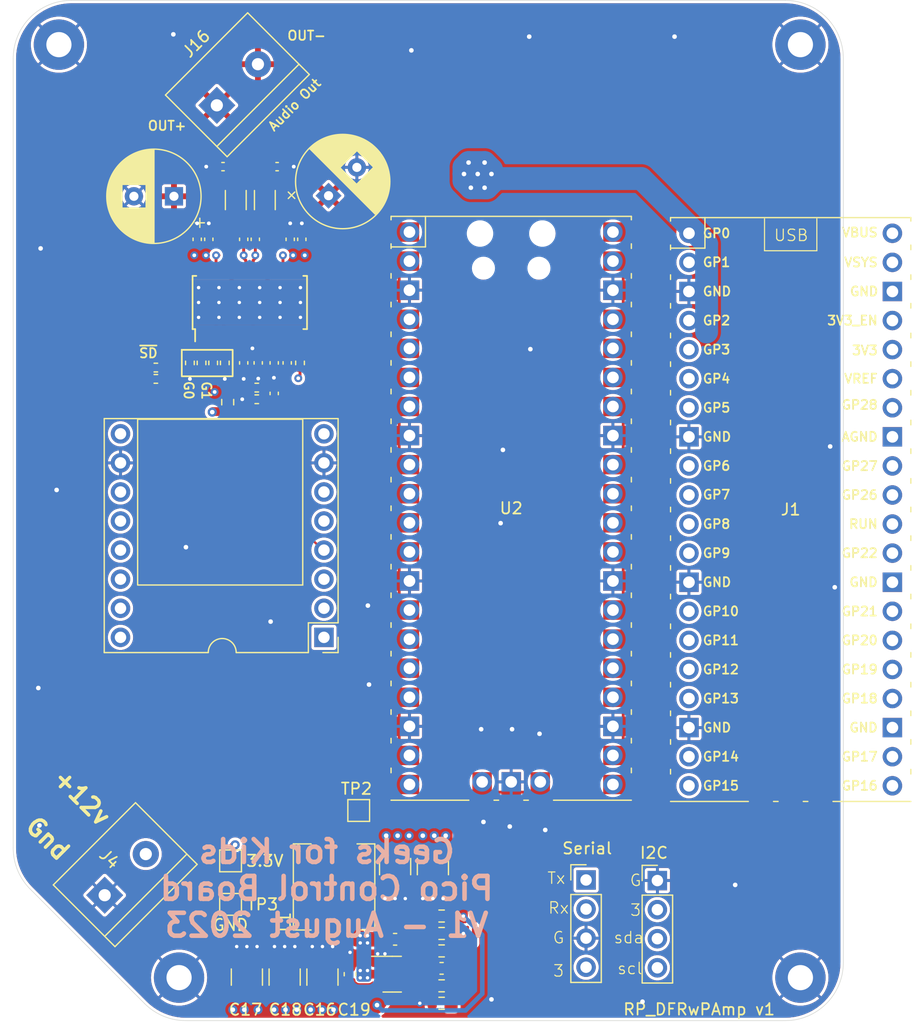
<source format=kicad_pcb>
(kicad_pcb (version 20221018) (generator pcbnew)
  (layers (0 "F.Cu" signal) (1 "In1.Cu" signal) (2 "In2.Cu" signal) (31 "B.Cu" signal) (34 "B.Paste" user) (35 "F.Paste" user) (36 "B.SilkS" user "B.Silkscreen") (37 "F.SilkS" user "F.Silkscreen") (38 "B.Mask" user) (39 "F.Mask" user) (44 "Edge.Cuts" user))
  (net 0 "")
  (net 1 "+5V")
  (net 2 "GND")
  (net 3 "+12V")
  (net 4 "GPIO2")
  (net 5 "GPIO3")
  (net 6 "GPIO4")
  (net 7 "I2C_SDA")
  (net 8 "I2C_SCL")
  (net 9 "GPIO5")
  (net 10 "GPIO6")
  (net 11 "GPIO7")
  (net 12 "GPIO8")
  (net 13 "GPIO9")
  (net 14 "GPIO16")
  (net 15 "GPIO17")
  (net 16 "GPIO18")
  (net 17 "GPIO19")
  (net 18 "GPIO20")
  (net 19 "GPIO21")
  (net 20 "GPIO22")
  (net 21 "RUN")
  (net 22 "A0")
  (net 23 "A1")
  (net 24 "A2")
  (net 25 "+3.3V")
  (net 26 "DFR_Busy")
  (net 27 "DFR_Rx")
  (net 28 "DFR_Tx")
  (net 29 "VREF")
  (net 30 "3V3_EN")
  (net 31 "/Audio_Module/PLIMIT")
  (net 32 "AUDIO_IN_P")
  (net 33 "/Audio_Module/AUDIO_IN_1_P")
  (net 34 "/Audio_Module/AUDIO_IN_1_N")
  (net 35 "+12VA")
  (net 36 "/Audio_Module/GVDD")
  (net 37 "/Audio_Module/AUDIO_OUT_P")
  (net 38 "/Audio_Module/BSP")
  (net 39 "/Audio_Module/AUDIO_OUT_N")
  (net 40 "/Audio_Module/BSN")
  (net 41 "/Buck_Converter/BOOT")
  (net 42 "/Buck_Converter/SW")
  (net 43 "/Buck_Converter/FB")
  (net 44 "SPI_MISO")
  (net 45 "SPI_SCK")
  (net 46 "SPI_CS")
  (net 47 "SPI_MOSI")
  (net 48 "VBUS")
  (net 49 "Pico_Tx")
  (net 50 "Pico_Rx")
  (net 58 "/Audio_Module/GAIN0")
  (net 59 "/Audio_Module/GAIN1")
  (net 60 "~{SD}")
  (net 61 "/Audio_Module/~{SD_2}")
  (net 62 "/Audio_Module/PBTL")
  (net 63 "/Buck_Converter/EN")
  (net 64 "Net-(R14-Pad2)")
  (net 65 "SWCLK")
  (net 66 "SWDIO")
  (net 67 "/Audio_Module/AUDIO_OUT_FILT_P")
  (net 68 "/Audio_Module/AUDIO_OUT_FILT_N")
  (footprint "Useful Modifications:TerminalBlock_bornier-2_P5.08mm" (layer "F.Cu") (at 116.2 147 45)
    (fp_text reference "J4")
    (fp_text value "Main Power")
  )
  (footprint "RPi_Pico:RPi_Pico_TH" (layer "F.Cu") (at 176.149 113.3094)
    (fp_text reference "J1")
    (fp_text value "Expansion Header")
  )
  (footprint "TestPoint:TestPoint_Pad_1.5x1.5mm" (layer "F.Cu") (at 127.2 144)
    (fp_text reference "TP1" hide)
    (fp_text value "3.3V")
  )
  (footprint "Connector_PinHeader_2.54mm:PinHeader_1x04_P2.54mm_Vertical" (layer "F.Cu") (at 164.5 145.72)
    (fp_text reference "J7" hide)
    (fp_text value "I2C")
  )
  (footprint "Connector_PinHeader_2.54mm:PinHeader_1x04_P2.54mm_Vertical" (layer "F.Cu") (at 158.2674 145.669)
    (fp_text reference "J9" hide)
    (fp_text value "Serial")
  )
  (footprint "Package_TO_SOT_SMD:SOT-23-6" (layer "F.Cu") (at 141.326 153.898)
    (fp_text reference "U4" hide)
    (fp_text value "TPS54302")
  )
  (footprint "Capacitor_SMD:C_0402_1005Metric" (layer "F.Cu") (at 128.3476 100.5012 -90)
    (fp_text reference "C4" hide)
    (fp_text value "1uF")
  )
  (footprint "Resistor_SMD:R_0402_1005Metric" (layer "F.Cu") (at 123.6486 100.5012 -90)
    (fp_text reference "R7" hide)
    (fp_text value "0")
  )
  (footprint "Capacitor_SMD:C_1210_3225Metric" (layer "F.Cu") (at 131.928 154.152 90)
    (fp_text reference "C18")
    (fp_text value "10µF")
  )
  (footprint "Capacitor_SMD:C_0603_1608Metric" (layer "F.Cu") (at 141.58 150.85 180)
    (fp_text reference "C20" hide)
    (fp_text value "0.1µF")
  )
  (footprint "Resistor_SMD:R_0402_1005Metric" (layer "F.Cu") (at 124.6646 100.5012 90)
    (fp_text reference "R4" hide)
    (fp_text value "100k")
  )
  (footprint "Useful Modifications:TerminalBlock_bornier-2_P5.08mm" (layer "F.Cu") (at 126 78 45)
    (fp_text reference "J16")
    (fp_text value "Audio Out")
  )
  (footprint "RPi_Pico:RPi_Pico_SMD_TH" (layer "F.Cu") (at 151.725 113.2)
    (fp_text reference "U2")
    (fp_text value "Pico")
  )
  (footprint "Resistor_SMD:R_0603_1608Metric" (layer "F.Cu") (at 126.9506 103.9302 90)
    (fp_text reference "R1" hide)
    (fp_text value "10R")
  )
  (footprint "Capacitor_SMD:C_1210_3225Metric" (layer "F.Cu") (at 128.626 154.152 90)
    (fp_text reference "C17")
    (fp_text value "10µF")
  )
  (footprint "Capacitor_SMD:C_0402_1005Metric" (layer "F.Cu") (at 131.0146 100.5012 -90)
    (fp_text reference "C12" hide)
    (fp_text value "0.68uF")
  )
  (footprint "Capacitor_SMD:C_1210_3225Metric" (layer "F.Cu") (at 135.23 154.152 90)
    (fp_text reference "C16")
    (fp_text value "10µF")
  )
  (footprint "Capacitor_SMD:C_0402_1005Metric" (layer "F.Cu") (at 132.15 100.5012 90)
    (fp_text reference "C11" hide)
    (fp_text value "0.68uF")
  )
  (footprint "Capacitor_SMD:C_0402_1005Metric" (layer "F.Cu") (at 129.6176 100.5012 -90)
    (fp_text reference "C14" hide)
    (fp_text value "1uF")
  )
  (footprint "Resistor_SMD:R_0603_1608Metric" (layer "F.Cu") (at 145.644 148.818 180)
    (fp_text reference "R11" hide)
    (fp_text value "511kΩ 1%")
  )
  (footprint "Capacitor_SMD:C_0402_1005Metric" (layer "F.Cu") (at 132.4116 89.7062 90)
    (fp_text reference "C6" hide)
    (fp_text value "100nF")
  )
  (footprint "Capacitor_SMD:C_0402_1005Metric" (layer "F.Cu") (at 131.0146 103.1682 90)
    (fp_text reference "C15" hide)
    (fp_text value "1uF")
  )
  (footprint "Inductor_SMD:L_1206_3216Metric" (layer "F.Cu") (at 130.1966 86.2772 90)
    (fp_text reference "FB2" hide)
    (fp_text value "120Ohm@100MHz")
  )
  (footprint "Useful Modifications:DFRobotMini_2x08_P2.54mm_Vertical" (layer "F.Cu") (at 135.3612 124.475 180)
    (fp_text reference "J10" hide)
    (fp_text value "DFRobot_Mini")
  )
  (footprint "Inductor_SMD:L_1206_3216Metric" (layer "F.Cu") (at 127.6566 86.2772 90)
    (fp_text reference "FB1" hide)
    (fp_text value "120Ohm@100MHz")
  )
  (footprint "MountingHole:MountingHole_2.2mm_M2_Pad" (layer "F.Cu") (at 177 154.2)
    (fp_text reference "H4" hide)
    (fp_text value "MountingHole")
  )
  (footprint "Resistor_SMD:R_0603_1608Metric" (layer "F.Cu") (at 145.644 154.914)
    (fp_text reference "R14" hide)
    (fp_text value "13.3kΩ 1%")
  )
  (footprint "Resistor_SMD:R_0402_1005Metric" (layer "F.Cu") (at 125.6806 100.5012 90)
    (fp_text reference "R5" hide)
    (fp_text value "100k")
  )
  (footprint "Capacitor_THT:CP_Radial_D8.0mm_P3.50mm" (layer "F.Cu") (at 122.253251 85.947 180)
    (fp_text reference "C1" hide)
    (fp_text value "100uF")
  )
  (footprint "Resistor_SMD:R_0402_1005Metric" (layer "F.Cu") (at 129.4906 103.6762 180)
    (fp_text reference "R10" hide)
    (fp_text value "100k")
  )
  (footprint "Capacitor_SMD:C_0402_1005Metric" (layer "F.Cu") (at 128.3476 89.7062 -90)
    (fp_text reference "C8" hide)
    (fp_text value "0.47uF")
  )
  (footprint "Capacitor_SMD:C_1210_3225Metric" (layer "F.Cu") (at 141.58 144.5 -90)
    (fp_text reference "C23" hide)
    (fp_text value "47µF")
  )
  (footprint "Capacitor_SMD:C_0402_1005Metric" (layer "F.Cu") (at 131.2686 83.3562 180)
    (fp_text reference "C10" hide)
    (fp_text value "1nF")
  )
  (footprint "Resistor_SMD:R_0603_1608Metric" (layer "F.Cu") (at 145.644 150.342)
    (fp_text reference "R12" hide)
    (fp_text value "105kΩ 1%")
  )
  (footprint "Resistor_SMD:R_0603_1608Metric" (layer "F.Cu") (at 145.644 151.866 180)
    (fp_text reference "R13" hide)
    (fp_text value "100kΩ 1%")
  )
  (footprint "Capacitor_SMD:C_0402_1005Metric" (layer "F.Cu") (at 126.5416 83.3562 180)
    (fp_text reference "C9" hide)
    (fp_text value "1nF")
  )
  (footprint "Resistor_SMD:R_0402_1005Metric" (layer "F.Cu") (at 129.4906 102.6602)
    (fp_text reference "R9" hide)
    (fp_text value "0")
  )
  (footprint "Resistor_SMD:R_0402_1005Metric" (layer "F.Cu") (at 126.6966 100.5012 -90)
    (fp_text reference "R8" hide)
    (fp_text value "0")
  )
  (footprint "Inductor_SMD:L_Sunlord_MWSA0603S" (layer "F.Cu") (at 136.246 146.278 90)
    (fp_text reference "L1")
    (fp_text value "10µH")
  )
  (footprint "Capacitor_SMD:C_0603_1608Metric" (layer "F.Cu") (at 145.644 153.39 180)
    (fp_text reference "C21" hide)
    (fp_text value "150pF")
  )
  (footprint "Capacitor_SMD:C_0402_1005Metric" (layer "F.Cu") (at 125.2996 89.7062 90)
    (fp_text reference "C2" hide)
    (fp_text value "100nF")
  )
  (footprint "TestPoint:TestPoint_Pad_1.5x1.5mm" (layer "F.Cu") (at 138.4 139.6)
    (fp_text reference "TP2")
    (fp_text value "5V")
  )
  (footprint "MountingHole:MountingHole_2.2mm_M2_Pad" (layer "F.Cu") (at 112.2 72.7)
    (fp_text reference "H1" hide)
    (fp_text value "MountingHole")
  )
  (footprint "Capacitor_SMD:C_0603_1608Metric" (layer "F.Cu") (at 137.643 153.898 90)
    (fp_text reference "C19")
    (fp_text value "0.1µF")
  )
  (footprint "Resistor_SMD:R_0402_1005Metric" (layer "F.Cu") (at 120.6716 100.9092)
    (fp_text reference "R6" hide)
    (fp_text value "1k")
  )
  (footprint "Resistor_SMD:R_0402_1005Metric" (layer "F.Cu") (at 133.27 100.5012 90)
    (fp_text reference "R2" hide)
    (fp_text value "100k")
  )
  (footprint "TestPoint:TestPoint_Pad_1.5x1.5mm" (layer "F.Cu") (at 127.2 147.8)
    (fp_text reference "TP3")
    (fp_text value "GND")
  )
  (footprint "Capacitor_SMD:C_0402_1005Metric" (layer "F.Cu") (at 129.3636 89.7062 -90)
    (fp_text reference "C13" hide)
    (fp_text value "0.47uF")
  )
  (footprint "Capacitor_SMD:C_1210_3225Metric" (layer "F.Cu") (at 144.882 144.5 -90)
    (fp_text reference "C22" hide)
    (fp_text value "47µF")
  )
  (footprint "Package_SO:HTSSOP-28-1EP_4.4x9.7mm_P0.65mm_EP3.4x9.5mm_Mask2.4x6.17mm_ThermalVias" (layer "F.Cu") (at 128.8556 95.2232 90)
    (fp_text reference "U3" hide)
    (fp_text value "TPA3110D2")
  )
  (footprint "Resistor_SMD:R_0603_1608Metric" (layer "F.Cu") (at 145.644 156.438 180)
    (fp_text reference "R15" hide)
    (fp_text value "240Ω 1%")
  )
  (footprint "Capacitor_SMD:C_0402_1005Metric" (layer "F.Cu") (at 133.4276 89.7062 90)
    (fp_text reference "C7" hide)
    (fp_text value "1nF")
  )
  (footprint "Capacitor_THT:CP_Radial_D8.0mm_P3.50mm" (layer "F.Cu") (at 135.762749 85.8962 45)
    (fp_text reference "C5" hide)
    (fp_text value "100uF")
  )
  (footprint "Resistor_SMD:R_0402_1005Metric" (layer "F.Cu") (at 120.6716 101.8982)
    (fp_text reference "R3" hide)
    (fp_text value "100k")
  )
  (footprint "Capacitor_SMD:C_0402_1005Metric" (layer "F.Cu") (at 124.2836 89.7062 90)
    (fp_text reference "C3" hide)
    (fp_text value "1nF")
  )
  (footprint "MountingHole:MountingHole_2.2mm_M2_Pad" (layer "F.Cu") (at 177 72.7)
    (fp_text reference "H3" hide)
    (fp_text value "MountingHole")
  )
  (footprint "MountingHole:MountingHole_2.2mm_M2_Pad" (layer "F.Cu") (at 122.7 154.2)
    (fp_text reference "H2" hide)
    (fp_text value "MountingHole")
  )
  (gr_rect (start 122.9374 99.3582) (end 127.3824 101.6696) (stroke (width 0.1524)) (fill none) (layer "F.SilkS"))
  (gr_arc (start 175.674 68.834) (mid 179.266102 70.321898) (end 180.754 73.914) (stroke (width 0.05)) (layer "Edge.Cuts"))
  (gr_line (start 113.284 68.834) (end 175.674 68.834) (stroke (width 0.05)) (layer "Edge.Cuts"))
  (gr_line (start 108.204 73.914) (end 108.2035 142.875) (stroke (width 0.05)) (layer "Edge.Cuts"))
  (gr_line (start 180.754 152.875) (end 180.754 73.914) (stroke (width 0.05)) (layer "Edge.Cuts"))
  (gr_arc (start 180.754 152.875) (mid 179.265925 156.467279) (end 175.6735 157.955) (stroke (width 0.05)) (layer "Edge.Cuts"))
  (gr_arc (start 109.691398 146.467102) (mid 108.590193 144.819032) (end 108.2035 142.875) (stroke (width 0.05)) (layer "Edge.Cuts"))
  (gr_arc (start 108.204 73.914) (mid 109.691898 70.321898) (end 113.284 68.834) (stroke (width 0.05)) (layer "Edge.Cuts"))
  (gr_line (start 123.2835 157.955) (end 175.6735 157.955) (stroke (width 0.05)) (layer "Edge.Cuts"))
  (gr_arc (start 123.2835 157.955) (mid 121.339468 157.568308) (end 119.691398 156.467102) (stroke (width 0.05)) (layer "Edge.Cuts"))
  (gr_line (start 109.691398 146.467102) (end 119.691398 156.467102) (stroke (width 0.05)) (layer "Edge.Cuts"))
  (gr_text "Geeks for Kids\nPico Control Board\nV1 - August 2023" (at 135.6 150.8) (layer "B.SilkS") (effects (font (size 2 2) (thickness 0.4) bold) (justify bottom mirror)))
  (gr_text "Gnd" (at 111.225 142.05 315) (layer "F.SilkS") (effects (font (size 1.5 1.5) (thickness 0.3))))
  (gr_text "Audio Out" (at 132.79 77.95 45) (layer "F.SilkS") (effects (font (size 0.8 0.8))))
  (gr_text "+12v" (at 114.225 138.45 315) (layer "F.SilkS") (effects (font (size 1.5 1.5) (thickness 0.3))))
  (gr_text "G1" (at 124.6138 102.0252 -90) (layer "F.SilkS") (effects (font (size 0.8128 0.8128) (thickness 0.1524) bold) (justify left bottom)))
  (gr_text "OUT-" (at 132.08 72.39) (layer "F.SilkS") (effects (font (size 0.8128 0.8128) (thickness 0.1524) bold) (justify left bottom)))
  (gr_text "RP_DFRwPAmp v1" (at 168.148 156.972) (layer "F.SilkS") (effects (font (size 1 1))))
  (gr_text "OUT+" (at 119.888 80.264) (layer "F.SilkS") (effects (font (size 0.8128 0.8128) (thickness 0.1524) bold) (justify left bottom)))
  (gr_text "G0" (at 123.0644 101.9998 -90) (layer "F.SilkS") (effects (font (size 0.8128 0.8128) (thickness 0.1524) bold) (justify left bottom)))
  (gr_text "~{SD}" (at 119.12 100.13) (layer "F.SilkS") (effects (font (size 0.8128 0.8128) (thickness 0.1524) bold) (justify left bottom)))
  (segment (start 159.2 113.345) (end 160.615 111.93) (width 0.2) (layer "F.Cu") (net 0))
  (segment (start 159.2 120.675) (end 159.2 113.345) (width 0.2) (layer "F.Cu") (net 0))
  (segment (start 160.615 122.09) (end 159.2 120.675) (width 0.2) (layer "F.Cu") (net 0))
  (segment (start 146.469 151.866) (end 147.803 151.866) (width 0.4) (layer "F.Cu") (net 1))
  (segment (start 146.419 153.39) (end 146.419 151.916) (width 0.4) (layer "F.Cu") (net 1))
  (segment (start 148.057 142.976) (end 144.931 142.976) (width 0.4) (layer "F.Cu") (net 1))
  (segment (start 138.6 139.6) (end 140.8 141.8) (width 0.762) (layer "F.Cu") (net 1))
  (segment (start 148.492 151.177) (end 148.492 143.411) (width 0.4) (layer "F.Cu") (net 1))
  (segment (start 148.492 143.411) (end 148.057 142.976) (width 0.4) (layer "F.Cu") (net 1))
  (segment (start 147.803 151.866) (end 148.492 151.177) (width 0.4) (layer "F.Cu") (net 1))
  (via (at 140.8 141.8) (size 0.8) (drill 0.4) (layers "F.Cu" "B.Cu") (net 1))
  (via (at 145 141.8) (size 0.8) (drill 0.4) (layers "F.Cu" "B.Cu") (net 1))
  (via (at 142.8 141.8) (size 0.8) (drill 0.4) (layers "F.Cu" "B.Cu") (net 1))
  (via (at 141.8 141.8) (size 0.8) (drill 0.4) (layers "F.Cu" "B.Cu") (net 1))
  (via (at 144 141.8) (size 0.8) (drill 0.4) (layers "F.Cu" "B.Cu") (net 1))
  (via (at 146 141.8) (size 0.8) (drill 0.4) (layers "F.Cu" "B.Cu") (net 1))
  (segment (start 139.9955 152.755) (end 138.265 152.755) (width 0.4) (layer "F.Cu") (net 2))
  (segment (start 140.1885 152.948) (end 139.9955 152.755) (width 0.4) (layer "F.Cu") (net 2))
  (segment (start 126.5806 98.0732) (end 126.5806 96.9182) (width 0.254) (layer "F.Cu") (net 2))
  (segment (start 129.620296 101.872081) (end 129.620296 100.983896) (width 0.254) (layer "F.Cu") (net 2))
  (segment (start 131.0146 101.7712) (end 130.987881 101.797919) (width 0.25) (layer "F.Cu") (net 2))
  (segment (start 124.2836 89.2262) (end 124.2836 88.3092) (width 0.254) (layer "F.Cu") (net 2))
  (segment (start 129.1806 98.0732) (end 129.1806 99.1602) (width 0.254) (layer "F.Cu") (net 2))
  (segment (start 129.1806 99.1602) (end 129.1096 99.2312) (width 0.254) (layer "F.Cu") (net 2))
  (segment (start 126.5806 96.9182) (end 126.1856 96.5232) (width 0.254) (layer "F.Cu") (net 2))
  (segment (start 131.0146 101.824638) (end 130.987881 101.797919) (width 0.254) (layer "F.Cu") (net 2))
  (segment (start 130.4806 93.1882) (end 129.7456 93.9232) (width 0.254) (layer "F.Cu") (net 2))
  (segment (start 126.6966 101.8982) (end 126.6966 101.0112) (width 0.254) (layer "F.Cu") (net 2))
  (segment (start 131.7486 83.3562) (end 132.7216 83.3562) (width 0.254) (layer "F.Cu") (net 2))
  (segment (start 138.265 152.755) (end 137.643 153.377) (width 0.4) (layer "F.Cu") (net 2))
  (segment (start 128.3476 101.8982) (end 128.3476 101.010015) (width 0.254) (layer "F.Cu") (net 2))
  (segment (start 143.739 156.438) (end 144.819 156.438) (width 0.4) (layer "F.Cu") (net 2))
  (segment (start 146.469 150.342) (end 147.549 150.342) (width 0.4) (layer "F.Cu") (net 2))
  (segment (start 126.0616 83.3562) (end 125.0736 83.3562) (width 0.254) (layer "F.Cu") (net 2))
  (segment (start 125.2996 88.3092) (end 125.2996 89.2262) (width 0.254) (layer "F.Cu") (net 2))
  (segment (start 132.4116 88.3092) (end 132.4116 89.2262) (width 0.254) (layer "F.Cu") (net 2))
  (segment (start 123.6486 101.8982) (end 123.6486 101.0132) (width 0.254) (layer "F.Cu") (net 2))
  (segment (start 133.4276 89.2262) (end 133.4276 88.3092) (width 0.254) (layer "F.Cu") (net 2))
  (segment (start 127.2306 93.1882) (end 127.9656 93.9232) (width 0.254) (layer "F.Cu") (net 2))
  (segment (start 130.4806 92.3732) (end 130.4806 93.1882) (width 0.254) (layer "F.Cu") (net 2))
  (segment (start 131.0146 102.7872) (end 131.0146 101.824638) (width 0.254) (layer "F.Cu") (net 2))
  (segment (start 131.0146 100.9812) (end 131.0146 101.7712) (width 0.25) (layer "F.Cu") (net 2))
  (segment (start 125.9306 98.0732) (end 125.9306 96.7782) (width 0.254) (layer "F.Cu") (net 2))
  (segment (start 127.2306 92.3732) (end 127.2306 93.1882) (width 0.254) (layer "F.Cu") (net 2))
  (segment (start 129.1806 98.0732) (end 129.1806 95.5482) (width 0.254) (layer "F.Cu") (net 2))
  (segment (start 128.2206 103.6762) (end 128.8536 103.6762) (width 0.254) (layer "F.Cu") (net 2))
  (via (at 149.3 140.6) (size 0.8) (drill 0.4) (layers "F.Cu" "B.Cu") (net 2))
  (via (at 180 120.1) (size 0.8) (drill 0.4) (layers "F.Cu" "B.Cu") (net 2))
  (via (at 136.119 151.485) (size 0.6) (drill 0.3) (layers "F.Cu" "B.Cu") (net 2))
  (via (at 151.6 141) (size 0.8) (drill 0.4) (layers "F.Cu" "B.Cu") (net 2))
  (via (at 125.0736 83.3562) (size 0.6858) (drill 0.3302) (layers "F.Cu" "B.Cu") (net 2))
  (via (at 143 73.2) (size 0.8) (drill 0.4) (layers "F.Cu" "B.Cu") (net 2))
  (via (at 123.3 116.6) (size 0.8) (drill 0.4) (layers "F.Cu" "B.Cu") (net 2))
  (via (at 143.993 147.294) (size 0.6) (drill 0.3) (layers "F.Cu" "B.Cu") (net 2))
  (via (at 145.771 147.294) (size 0.6) (drill 0.3) (layers "F.Cu" "B.Cu") (net 2))
  (via (at 150.8 114.5) (size 0.8) (drill 0.4) (layers "F.Cu" "B.Cu") (net 2))
  (via (at 142.469 147.294) (size 0.6) (drill 0.3) (layers "F.Cu" "B.Cu") (net 2))
  (via (at 163.2 156.3) (size 0.8) (drill 0.4) (layers "F.Cu" "B.Cu") (net 2))
  (via (at 154.7 141.3) (size 0.8) (drill 0.4) (layers "F.Cu" "B.Cu") (net 2))
  (via (at 150 156.1) (size 0.8) (drill 0.4) (layers "F.Cu" "B.Cu") (net 2))
  (via (at 110.4 128.9) (size 0.8) (drill 0.4) (layers "F.Cu" "B.Cu") (net 2))
  (via (at 129.515 151.485) (size 0.6) (drill 0.3) (layers "F.Cu" "B.Cu") (net 2))
  (via (at 128.2206 103.6762) (size 0.6858) (drill 0.3302) (layers "F.Cu" "B.Cu") (net 2))
  (via (at 153.4 99.3) (size 0.8) (drill 0.4) (layers "F.Cu" "B.Cu") (net 2))
  (via (at 130.7 123.1) (size 0.8) (drill 0.4) (layers "F.Cu" "B.Cu") (net 2))
  (via (at 131.039 151.485) (size 0.6) (drill 0.3) (layers "F.Cu" "B.Cu") (net 2))
  (via (at 143.739 156.438) (size 0.6) (drill 0.3) (layers "F.Cu" "B.Cu") (net 2))
  (via (at 126.6966 101.8982) (size 0.6858) (drill 0.3302) (layers "F.Cu" "B.Cu") (net 2))
  (via (at 132.4116 88.3092) (size 0.6858) (drill 0.3302) (layers "F.Cu" "B.Cu") (net 2))
  (via (at 140.691 152.12) (size 0.5) (drill 0.3) (layers "F.Cu" "B.Cu") (net 2))
  (via (at 110.6 90.5) (size 0.8) (drill 0.4) (layers "F.Cu" "B.Cu") (net 2))
  (via (at 171.3 146.1) (size 0.8) (drill 0.4) (layers "F.Cu" "B.Cu") (net 2))
  (via (at 127.737 151.485) (size 0.6) (drill 0.3) (layers "F.Cu" "B.Cu") (net 2))
  (via (at 153.3 72) (size 0.8) (drill 0.4) (layers "F.Cu" "B.Cu") (net 2))
  (via (at 141.58 147.294) (size 0.6) (drill 0.3) (layers "F.Cu" "B.Cu") (net 2))
  (via (at 139.2 121.7) (size 0.8) (drill 0.4) (layers "F.Cu" "B.Cu") (net 2))
  (via (at 147.549 150.342) (size 0.6) (drill 0.3) (layers "F.Cu" "B.Cu") (net 2))
  (via (at 128.3476 101.8982) (size 0.6858) (drill 0.3302) (layers "F.Cu" "B.Cu") (net 2))
  (via (at 166 72) (size 0.8) (drill 0.4) (layers "F.Cu" "B.Cu") (net 2))
  (via (at 135.23 151.485) (size 0.6) (drill 0.3) (layers "F.Cu" "B.Cu") (net 2))
  (via (at 129.1096 99.2312) (size 0.6858) (drill 0.3302) (layers "F.Cu" "B.Cu") (net 2))
  (via (at 112 111.6) (size 0.8) (drill 0.4) (layers "F.Cu" "B.Cu") (net 2))
  (via (at 122.2 71.8) (size 0.8) (drill 0.4) (layers "F.Cu" "B.Cu") (net 2))
  (via (at 140.056 152.12) (size 0.5) (drill 0.3) (layers "F.Cu" "B.Cu") (net 2))
  (via (at 131.928 151.485) (size 0.6) (drill 0.3) (layers "F.Cu" "B.Cu") (net 2))
  (via (at 132.817 151.485) (size 0.6) (drill 0.3) (layers "F.Cu" "B.Cu") (net 2))
  (via (at 151.8 132.5) (size 0.8) (drill 0.4) (layers "F.Cu" "B.Cu") (net 2))
  (via (at 128.626 151.485) (size 0.6) (drill 0.3) (layers "F.Cu" "B.Cu") (net 2))
  (via (at 137.643 151.993) (size 0.6) (drill 0.3) (layers "F.Cu" "B.Cu") (net 2))
  (via (at 129.620296 101.872081) (size 0.6858) (drill 0.3302) (layers "F.Cu" "B.Cu") (net 2))
  (via (at 124.2836 88.3092) (size 0.6858) (drill 0.3302) (layers "F.Cu" "B.Cu") (net 2))
  (via (at 144.882 147.294) (size 0.6) (drill 0.3) (layers "F.Cu" "B.Cu") (net 2))
  (via (at 133.4276 88.3092) (size 0.6858) (drill 0.3302) (layers "F.Cu" "B.Cu") (net 2))
  (via (at 151 108.1) (size 0.8) (drill 0.4) (layers "F.Cu" "B.Cu") (net 2))
  (via (at 110.5 140.9) (size 0.8) (drill 0.4) (layers "F.Cu" "B.Cu") (net 2))
  (via (at 149.1 132.5) (size 0.8) (drill 0.4) (layers "F.Cu" "B.Cu") (net 2))
  (via (at 130.987881 101.797919) (size 0.6858) (drill 0.3302) (layers "F.Cu" "B.Cu") (net 2))
  (via (at 154.2 132.9) (size 0.8) (drill 0.4) (layers "F.Cu" "B.Cu") (net 2))
  (via (at 134.341 151.485) (size 0.6) (drill 0.3) (layers "F.Cu" "B.Cu") (net 2))
  (via (at 139.3 128.6) (size 0.8) (drill 0.4) (layers "F.Cu" "B.Cu") (net 2))
  (via (at 132.7216 83.3562) (size 0.6858) (drill 0.3302) (layers "F.Cu" "B.Cu") (net 2))
  (via (at 125.2996 88.3092) (size 0.6858) (drill 0.3302) (layers "F.Cu" "B.Cu") (net 2))
  (via (at 123.6486 101.8982) (size 0.6858) (drill 0.3302) (layers "F.Cu" "B.Cu") (net 2))
  (via (at 140.691 147.294) (size 0.6) (drill 0.3) (layers "F.Cu" "B.Cu") (net 2))
  (via (at 179.6 107.8) (size 0.8) (drill 0.4) (layers "F.Cu" "B.Cu") (net 2))
  (segment (start 126.9506 104.7552) (end 125.6448 104.7552) (width 0.762) (layer "F.Cu") (net 3))
  (segment (start 147.549 148.818) (end 146.469 148.818) (width 0.4) (layer "F.Cu") (net 3))
  (segment (start 125.6448 104.7552) (end 125.6 104.8) (width 0.762) (layer "F.Cu") (net 3))
  (via (at 135.2 157) (size 0.8) (drill 0.4) (layers "F.Cu" "B.Cu") (net 3))
  (via (at 133 157) (size 0.8) (drill 0.4) (layers "F.Cu" "B.Cu") (net 3))
  (via (at 129.6 157) (size 0.8) (drill 0.4) (layers "F.Cu" "B.Cu") (net 3))
  (via (at 149.4 83) (size 0.8) (drill 0.4) (layers "F.Cu" "B.Cu") (net 3))
  (via (at 132.6656 91.1032) (size 0.6858) (drill 0.3302) (layers "F.Cu" "B.Cu") (net 3))
  (via (at 128.4 157) (size 0.8) (drill 0.4) (layers "F.Cu" "B.Cu") (net 3))
  (via (at 125.6 104.8) (size 0.8) (drill 0.4) (layers "F.Cu" "B.Cu") (net 3))
  (via (at 132 157) (size 0.8) (drill 0.4) (layers "F.Cu" "B.Cu") (net 3))
  (via (at 124.0296 91.1032) (size 0.6858) (drill 0.3302) (layers "F.Cu" "B.Cu") (net 3))
  (via (at 127.4 157) (size 0.8) (drill 0.4) (layers "F.Cu" "B.Cu") (net 3))
  (via (at 147.6 84) (size 0.8) (drill 0.4) (layers "F.Cu" "B.Cu") (net 3))
  (via (at 140 156.6) (size 0.8) (drill 0.4) (layers "F.Cu" "B.Cu") (net 3))
  (via (at 125.0456 91.1032) (size 0.6858) (drill 0.3302) (layers "F.Cu" "B.Cu") (net 3))
  (via (at 133.6816 91.1032) (size 0.6858) (drill 0.3302) (layers "F.Cu" "B.Cu") (net 3))
  (via (at 148.8 84) (size 0.8) (drill 0.4) (layers "F.Cu" "B.Cu") (net 3))
  (via (at 148.2 85.2) (size 0.8) (drill 0.4) (layers "F.Cu" "B.Cu") (net 3))
  (via (at 147.549 148.818) (size 0.6) (drill 0.3) (layers "F.Cu" "B.Cu") (net 3))
  (via (at 134.2 157) (size 0.8) (drill 0.4) (layers "F.Cu" "B.Cu") (net 3))
  (via (at 150 84) (size 0.8) (drill 0.4) (layers "F.Cu" "B.Cu") (net 3))
  (via (at 148 83) (size 0.8) (drill 0.4) (layers "F.Cu" "B.Cu") (net 3))
  (via (at 131 157) (size 0.8) (drill 0.4) (layers "F.Cu" "B.Cu") (net 3))
  (via (at 136.2 157) (size 0.8) (drill 0.4) (layers "F.Cu" "B.Cu") (net 3))
  (via (at 149.4 85.2) (size 0.8) (drill 0.4) (layers "F.Cu" "B.Cu") (net 3))
  (segment (start 147.6 84) (end 147.6 84.6) (width 2) (layer "B.Cu") (net 3))
  (segment (start 168.7 90) (end 163.1 84.4) (width 2) (layer "B.Cu") (net 3))
  (segment (start 149.4 85.2) (end 149.6 85.2) (width 2) (layer "B.Cu") (net 3))
  (segment (start 149.4 83) (end 148 83) (width 2) (layer "B.Cu") (net 3))
  (segment (start 147.6 84) (end 147.6 83.4) (width 2) (layer "B.Cu") (net 3))
  (segment (start 148.8 84) (end 147.6 84) (width 2) (layer "B.Cu") (net 3))
  (segment (start 147.735 157.065) (end 149.2 155.6) (width 0.4) (layer "B.Cu") (net 3))
  (segment (start 140.465 157.065) (end 147.735 157.065) (width 0.4) (layer "B.Cu") (net 3))
  (segment (start 150 84) (end 150 83.6) (width 2) (layer "B.Cu") (net 3))
  (segment (start 147.6 84.6) (end 148.2 85.2) (width 2) (layer "B.Cu") (net 3))
  (segment (start 163.1 84.4) (end 149.2 84.4) (width 2) (layer "B.Cu") (net 3))
  (segment (start 150 83.6) (end 149.4 83) (width 2) (layer "B.Cu") (net 3))
  (segment (start 148.2 85.2) (end 149.4 85.2) (width 2) (layer "B.Cu") (net 3))
  (segment (start 149.2 150.469) (end 147.549 148.818) (width 0.4) (layer "B.Cu") (net 3))
  (segment (start 168.8 90.1) (end 168.7 90) (width 2) (layer "B.Cu") (net 3))
  (segment (start 148.8 84) (end 150 84) (width 2) (layer "B.Cu") (net 3))
  (segment (start 149.2 84.4) (end 148.8 84) (width 2) (layer "B.Cu") (net 3))
  (segment (start 147.6 83.4) (end 148 83) (width 2) (layer "B.Cu") (net 3))
  (segment (start 168.8 97.8) (end 168.8 90.1) (width 2) (layer "B.Cu") (net 3))
  (segment (start 149.6 85.2) (end 150.4 84.4) (width 2) (layer "B.Cu") (net 3))
  (segment (start 140 156.6) (end 140.465 157.065) (width 0.4) (layer "B.Cu") (net 3))
  (segment (start 149.2 155.6) (end 149.2 150.469) (width 0.4) (layer "B.Cu") (net 3))
  (segment (start 127.2 144) (end 127.2 143) (width 0.762) (layer "F.Cu") (net 25))
  (segment (start 127.2 143) (end 127.6 142.6) (width 0.762) (layer "F.Cu") (net 25))
  (via (at 127.6 142.6) (size 0.8) (drill 0.4) (layers "F.Cu" "B.Cu") (net 25))
  (segment (start 130.2526 99.5862) (end 130.4806 99.3582) (width 0.254) (layer "F.Cu") (net 31))
  (segment (start 130.0006 103.8032) (end 130.0006 102.7872) (width 0.254) (layer "F.Cu") (net 31))
  (segment (start 130.0006 102.7872) (end 130.2526 102.5352) (width 0.254) (layer "F.Cu") (net 31))
  (segment (start 130.2526 102.5352) (end 130.2526 99.5862) (width 0.254) (layer "F.Cu") (net 31))
  (segment (start 130.4806 99.3582) (end 130.4806 98.0732) (width 0.254) (layer "F.Cu") (net 31))
  (segment (start 130.9436 103.6762) (end 130.1276 103.6762) (width 0.254) (layer "F.Cu") (net 31))
  (segment (start 132.15 100.9812) (end 132.15 113.75) (width 0.2) (layer "F.Cu") (net 32))
  (segment (start 132.15 113.75) (end 135.255 116.855) (width 0.2) (layer "F.Cu") (net 32))
  (segment (start 131.7806 98.0732) (end 131.7806 99.6518) (width 0.2) (layer "F.Cu") (net 33))
  (segment (start 131.7806 99.6518) (end 132.15 100.0212) (width 0.2) (layer "F.Cu") (net 33))
  (segment (start 131.1306 98.0732) (end 131.1306 99.9052) (width 0.254) (layer "F.Cu") (net 34))
  (segment (start 127.8116 100.0212) (end 127.5856 100.2472) (width 0.254) (layer "F.Cu") (net 35))
  (segment (start 128.5306 98.0732) (end 128.5306 99.0482) (width 0.254) (layer "F.Cu") (net 35))
  (segment (start 128.3476 100.0212) (end 127.8116 100.0212) (width 0.254) (layer "F.Cu") (net 35))
  (segment (start 128.5306 99.0482) (end 128.3476 99.2312) (width 0.254) (layer "F.Cu") (net 35))
  (segment (start 127.5856 100.2472) (end 127.5856 102.4702) (width 0.254) (layer "F.Cu") (net 35))
  (segment (start 128.3476 99.2312) (end 128.3476 100.0212) (width 0.254) (layer "F.Cu") (net 35))
  (segment (start 127.5856 102.4702) (end 127.2046 102.8512) (width 0.254) (layer "F.Cu") (net 35))
  (segment (start 133.27 101.6898) (end 133.1176 101.8422) (width 0.25) (layer "F.Cu") (net 35))
  (segment (start 133.27 101.01) (end 133.27 101.6898) (width 0.25) (layer "F.Cu") (net 35))
  (via (at 133.1176 101.8422) (size 0.6858) (drill 0.3302) (layers "F.Cu" "B.Cu") (net 35))
  (via (at 125.8076 103.0412) (size 0.6858) (drill 0.3302) (layers "F.Cu" "B.Cu") (net 35))
  (segment (start 129.6176 100.0212) (end 128.9806 100.6582) (width 0.254) (layer "F.Cu") (net 36))
  (segment (start 128.9806 100.6582) (end 128.9806 102.6602) (width 0.254) (layer "F.Cu") (net 36))
  (segment (start 129.8306 98.0732) (end 129.8306 99.8082) (width 0.254) (layer "F.Cu") (net 36))
  (segment (start 129.8306 99.8082) (end 129.6176 100.0212) (width 0.254) (layer "F.Cu") (net 36))
  (segment (start 128.3476 91.1032) (end 128.3476 90.1862) (width 0.254) (layer "F.Cu") (net 38))
  (segment (start 128.3476 91.3572) (end 128.3476 91.1032) (width 0.254) (layer "F.Cu") (net 38))
  (segment (start 128.5306 91.5402) (end 128.3476 91.3572) (width 0.254) (layer "F.Cu") (net 38))
  (segment (start 125.9306 91.3612) (end 125.9306 92.3732) (width 0.254) (layer "F.Cu") (net 38))
  (segment (start 128.5306 92.3732) (end 128.5306 91.5402) (width 0.254) (layer "F.Cu") (net 38))
  (segment (start 126.1886 91.1032) (end 125.9306 91.3612) (width 0.254) (layer "F.Cu") (net 38))
  (via (at 125.9346 91.1032) (size 0.6858) (drill 0.3302) (layers "F.Cu" "B.Cu") (net 38))
  (via (at 128.3476 91.1032) (size 0.6858) (drill 0.3302) (layers "F.Cu" "B.Cu") (net 38))
  (segment (start 129.1806 91.5402) (end 129.3636 91.3572) (width 0.254) (layer "F.Cu") (net 40))
  (segment (start 129.3636 91.3572) (end 129.3636 91.1032) (width 0.254) (layer "F.Cu") (net 40))
  (segment (start 131.7806 91.1072) (end 131.7806 92.3732) (width 0.254) (layer "F.Cu") (net 40))
  (segment (start 131.7766 91.1032) (end 131.7806 91.1072) (width 0.254) (layer "F.Cu") (net 40))
  (segment (start 129.1806 92.3732) (end 129.1806 91.5402) (width 0.254) (layer "F.Cu") (net 40))
  (segment (start 129.3636 91.1032) (end 129.3636 90.1862) (width 0.254) (layer "F.Cu") (net 40))
  (via (at 129.3636 91.1032) (size 0.6858) (drill 0.3302) (layers "F.Cu" "B.Cu") (net 40))
  (via (at 131.7766 91.1032) (size 0.6858) (drill 0.3302) (layers "F.Cu" "B.Cu") (net 40))
  (segment (start 142.4635 152.948) (end 142.4635 150.9585) (width 0.4) (layer "F.Cu") (net 41))
  (via (at 139.167 151.1675) (size 0.5) (drill 0.3) (layers "F.Cu" "B.Cu") (net 42))
  (via (at 139.167 153.5805) (size 0.5) (drill 0.3) (layers "F.Cu" "B.Cu") (net 42))
  (via (at 139.167 150.5325) (size 0.5) (drill 0.3) (layers "F.Cu" "B.Cu") (net 42))
  (via (at 139.167 154.2155) (size 0.5) (drill 0.3) (layers "F.Cu" "B.Cu") (net 42))
  (via (at 138.532 153.5805) (size 0.5) (drill 0.3) (layers "F.Cu" "B.Cu") (net 42))
  (via (at 138.532 150.5325) (size 0.5) (drill 0.3) (layers "F.Cu" "B.Cu") (net 42))
  (via (at 138.532 151.1675) (size 0.5) (drill 0.3) (layers "F.Cu" "B.Cu") (net 42))
  (via (at 138.532 154.2155) (size 0.5) (drill 0.3) (layers "F.Cu" "B.Cu") (net 42))
  (segment (start 144.819 151.866) (end 144.819 153.34) (width 0.4) (layer "F.Cu") (net 43))
  (segment (start 144.869 153.39) (end 144.869 154.864) (width 0.4) (layer "F.Cu") (net 43))
  (segment (start 144.819 154.914) (end 142.5295 154.914) (width 0.4) (layer "F.Cu") (net 43))
  (segment (start 127.2306 98.0732) (end 127.2306 98.6812) (width 0.254) (layer "F.Cu") (net 58))
  (segment (start 126.6806 99.2312) (end 125.4246 99.2312) (width 0.254) (layer "F.Cu") (net 58))
  (segment (start 127.2306 98.6812) (end 126.6806 99.2312) (width 0.254) (layer "F.Cu") (net 58))
  (segment (start 124.6646 99.9912) (end 123.6506 99.9912) (width 0.254) (layer "F.Cu") (net 58))
  (segment (start 125.4246 99.2312) (end 124.6646 99.9912) (width 0.254) (layer "F.Cu") (net 58))
  (segment (start 127.8806 98.8072) (end 126.6966 99.9912) (width 0.254) (layer "F.Cu") (net 59))
  (segment (start 126.6966 99.9912) (end 125.6806 99.9912) (width 0.254) (layer "F.Cu") (net 59))
  (segment (start 127.8806 98.0732) (end 127.8806 98.8072) (width 0.254) (layer "F.Cu") (net 59))
  (segment (start 122.0976 100.9092) (end 121.1816 100.9092) (width 0.254) (layer "F.Cu") (net 61))
  (segment (start 124.6306 98.0732) (end 123.9176 98.0732) (width 0.254) (layer "F.Cu") (net 61))
  (segment (start 122.8866 100.1202) (end 122.0976 100.9092) (width 0.254) (layer "F.Cu") (net 61))
  (segment (start 121.1816 100.9092) (end 121.1816 101.8982) (width 0.254) (layer "F.Cu") (net 61))
  (segment (start 123.9176 98.0732) (end 122.8866 99.1042) (width 0.254) (layer "F.Cu") (net 61))
  (segment (start 125.2806 98.0732) (end 124.6306 98.0732) (width 0.254) (layer "F.Cu") (net 61))
  (segment (start 122.8866 99.1042) (end 122.8866 100.1202) (width 0.254) (layer "F.Cu") (net 61))
  (segment (start 133.0806 99.8018) (end 133.27 99.9912) (width 0.25) (layer "F.Cu") (net 62))
  (segment (start 133.0806 98.0732) (end 133.0806 99.8018) (width 0.25) (layer "F.Cu") (net 62))
  (segment (start 143.739 153.66) (end 143.501 153.898) (width 0.4) (layer "F.Cu") (net 63))
  (segment (start 143.739 150.85) (end 143.739 153.66) (width 0.4) (layer "F.Cu") (net 63))
  (segment (start 144.819 150.342) (end 144.247 150.342) (width 0.4) (layer "F.Cu") (net 63))
  (segment (start 144.819 150.342) (end 144.819 148.818) (width 0.4) (layer "F.Cu") (net 63))
  (segment (start 144.247 150.342) (end 143.739 150.85) (width 0.4) (layer "F.Cu") (net 63))
  (segment (start 143.501 153.898) (end 142.4912 153.898) (width 0.4) (layer "F.Cu") (net 63))
  (segment (start 146.469 156.438) (end 146.469 154.914) (width 0.4) (layer "F.Cu") (net 64))
  (segment (start 127.0216 83.3562) (end 127.0216 84.0672) (width 0.2) (layer "F.Cu") (net 67))
  (segment (start 127.0216 84.0672) (end 127.6566 84.7022) (width 0.2) (layer "F.Cu") (net 67))
  (zone (net 2) (net_name "GND") (layer "F.Cu") (name "GND") (priority 8) (connect_pads thru_hole_only (clearance 0.2032)) (min_thickness 0.2032) (fill yes (thermal_gap 0.508) (thermal_bridge_width 0.508) (smoothing fillet) (radius 0.254))
    (polygon (pts (xy 147.93 150.977) (xy 147.93 149.707) (xy 145.898 149.707) (xy 145.898 150.977)))
  )
  (zone (net 68) (net_name "/Audio_Module/AUDIO_OUT_FILT_N") (layer "F.Cu") (priority 3) (connect_pads thru_hole_only (clearance 0.254)) (min_thickness 0.254) (fill yes (thermal_gap 0.254) (thermal_bridge_width 0.508) (smoothing fillet) (radius 0.127))
    (polygon (pts (xy 131.2686 85.3882) (xy 129.2 85.4) (xy 129.2 77) (xy 127.4 75.2) (xy 127.4 72.4) (xy 131.6 72.4) (xy 131.6 80.2) (xy 131.2686 82.8482)))
  )
  (zone (net 63) (net_name "/Buck_Converter/EN") (layer "F.Cu") (name "12V") (priority 8) (connect_pads thru_hole_only (clearance 0.2032)) (min_thickness 0.2032) (fill yes (thermal_gap 0.508) (thermal_bridge_width 0.508) (smoothing fillet) (radius 0.254))
    (polygon (pts (xy 144.247 150.977) (xy 145.39 150.977) (xy 145.39 148.183) (xy 144.247 148.183)))
  )
  (zone (net 0) (net_name "") (layer "F.Cu") (name "GND") (connect_pads thru_hole_only (clearance 0)) (min_thickness 0.2032)
    (keepout (tracks not_allowed) (vias not_allowed) (pads not_allowed) (copperpour not_allowed) (footprints allowed))
    (fill (thermal_gap 0.508) (thermal_bridge_width 0.508))
    (polygon (pts (xy 126.848 154.66) (xy 136.754 154.66) (xy 136.881 154.533) (xy 137.008 154.533) (xy 137.008 154.152) (xy 138.151 154.152) (xy 138.151 153.644) (xy 126.848 153.644)))
  )
  (zone (net 0) (net_name "") (layer "F.Cu") (connect_pads thru_hole_only (clearance 0)) (min_thickness 0.254)
    (keepout (tracks not_allowed) (vias not_allowed) (pads not_allowed) (copperpour not_allowed) (footprints allowed))
    (fill (thermal_gap 0.254) (thermal_bridge_width 0.508))
    (polygon (pts (xy 148 102) (xy 150.6 102) (xy 150.6 94.4) (xy 148 94.4)))
  )
  (zone (net 3) (net_name "+12V") (layer "F.Cu") (priority 4) (connect_pads thru_hole_only (clearance 0.254)) (min_thickness 0.254) (fill yes (thermal_gap 0.254) (thermal_bridge_width 0.508) (smoothing fillet) (radius 0.127))
    (polygon (pts (xy 132.1576 93.0082) (xy 132.1576 90.5952) (xy 132.0306 90.5952) (xy 132.0306 89.8332) (xy 133.9356 89.8332) (xy 134.015 89.5538) (xy 134.015 84.1722) (xy 137.463 84.1722) (xy 137.463 91.5858) (xy 135.8406 93.0082)))
  )
  (zone (net 64) (net_name "Net-(R14-Pad2)") (layer "F.Cu") (name "12V") (priority 8) (connect_pads thru_hole_only (clearance 0.2032)) (min_thickness 0.2032) (fill yes (thermal_gap 0.508) (thermal_bridge_width 0.508) (smoothing fillet) (radius 0.254))
    (polygon (pts (xy 145.898 157.073) (xy 147.041 157.073) (xy 147.041 154.279) (xy 145.898 154.279)))
  )
  (zone (net 35) (net_name "+12VA") (layer "F.Cu") (name "GND") (priority 1) (connect_pads yes (clearance 0.254)) (min_thickness 0.254) (fill yes (thermal_gap 0.254) (thermal_bridge_width 0.254) (smoothing fillet) (radius 0.127))
    (polygon (pts (xy 127.5856 102.5332) (xy 126.0616 102.5332) (xy 126.0616 100.6282) (xy 124.2836 100.6282) (xy 124.2836 102.5332) (xy 120.6006 102.5332) (xy 120.6006 101.5172) (xy 119.7116 101.5172) (xy 119.7116 103.6762) (xy 127.5856 103.6762)))
  )
  (zone (net 0) (net_name "") (layer "F.Cu") (name "GND") (connect_pads thru_hole_only (clearance 0)) (min_thickness 0.2032)
    (keepout (tracks not_allowed) (vias not_allowed) (pads not_allowed) (copperpour not_allowed) (footprints allowed))
    (fill (thermal_gap 0.508) (thermal_bridge_width 0.508))
    (polygon (pts (xy 132.69 150.088) (xy 134.214 150.088) (xy 134.214 147.802) (xy 138.278 147.802) (xy 138.278 149.453) (xy 138.913 150.088) (xy 139.802 150.088) (xy 139.802 144.754) (xy 134.214 144.754) (xy 134.214 142.468) (xy 132.69 142.468)))
  )
  (zone (net 0) (net_name "") (layer "F.Cu") (name "GND") (connect_pads thru_hole_only (clearance 0)) (min_thickness 0.2032)
    (keepout (tracks not_allowed) (vias not_allowed) (pads not_allowed) (copperpour not_allowed) (footprints allowed))
    (fill (thermal_gap 0.508) (thermal_bridge_width 0.508))
    (polygon (pts (xy 147.803 143.992) (xy 147.803 145.008) (xy 139.929 145.008) (xy 139.929 144.5) (xy 140.437 143.992)))
  )
  (zone (net 67) (net_name "/Audio_Module/AUDIO_OUT_FILT_P") (layer "F.Cu") (priority 3) (connect_pads thru_hole_only (clearance 0.254)) (min_thickness 0.254) (fill yes (thermal_gap 0.254) (thermal_bridge_width 0.508) (smoothing fillet) (radius 0.127))
    (polygon (pts (xy 126.5696 85.3882) (xy 128.6 85.4) (xy 128.6 77.2) (xy 127 75.6) (xy 125.2 75.6) (xy 123.6 77) (xy 123.6 79.6) (xy 126.5696 82.8482)))
  )
  (zone (net 1) (net_name "+5V") (layer "F.Cu") (name "5V") (priority 5) (connect_pads yes (clearance 0.254)) (min_thickness 0.254) (fill yes (thermal_gap 0.254) (thermal_bridge_width 0.254) (smoothing fillet) (radius 0.127))
    (polygon (pts (xy 140 139.2) (xy 139.996 141.133) (xy 146.6 141.133) (xy 146.6 144) (xy 140.437 143.992) (xy 139.802 144.754) (xy 134.214 144.754) (xy 134.2 141.4) (xy 137.4 138.2) (xy 139 138.2)))
  )
  (zone (net 3) (net_name "+12V") (layer "F.Cu") (name "12V") (priority 1) (connect_pads thru_hole_only (clearance 0.2032)) (min_thickness 0.2032) (fill yes (thermal_gap 0.254) (thermal_bridge_width 0.508) (smoothing fillet) (radius 0.254))
    (polygon (pts (xy 126.5 154.7) (xy 136.754 154.66) (xy 136.881 154.533) (xy 140.945 154.533) (xy 140.945 156.438) (xy 140.4 157.2) (xy 139.367 157.7) (xy 126.5 157.7)))
  )
  (zone (net 1) (net_name "+5V") (layer "F.Cu") (name "12V") (priority 8) (connect_pads thru_hole_only (clearance 0.2032)) (min_thickness 0.2032) (fill yes (thermal_gap 0.508) (thermal_bridge_width 0.508) (smoothing fillet) (radius 0.254))
    (polygon (pts (xy 145.898 154.025) (xy 147.041 154.025) (xy 147.041 151.231) (xy 145.898 151.231)))
  )
  (zone (net 39) (net_name "/Audio_Module/AUDIO_OUT_N") (layer "F.Cu") (priority 2) (connect_pads thru_hole_only (clearance 0.254)) (min_thickness 0.254) (fill yes (thermal_gap 0.254) (thermal_bridge_width 0.254) (smoothing fillet) (radius 0.127))
    (polygon (pts (xy 131.2686 92.8812) (xy 131.2686 87.1662) (xy 129.1096 87.1662) (xy 129.1096 89.5792) (xy 129.9986 89.5792) (xy 129.9986 91.2302) (xy 129.6176 91.6112) (xy 129.6176 92.8812)))
  )
  (zone (net 42) (net_name "/Buck_Converter/SW") (layer "F.Cu") (name "GND") (priority 6) (connect_pads yes (clearance 0.2032)) (min_thickness 0.2032) (fill yes (thermal_gap 0.508) (thermal_bridge_width 0.508) (smoothing fillet) (radius 0.254))
    (polygon (pts (xy 139.3448 154.4822) (xy 139.548 154.279) (xy 140.945 154.279) (xy 140.945 153.517) (xy 139.548 153.507749) (xy 139.338813 153.3138) (xy 138.228 153.3138) (xy 138.228 154.4822)))
  )
  (zone (net 0) (net_name "") (layer "F.Cu") (name "GND") (connect_pads thru_hole_only (clearance 0)) (min_thickness 0.2032)
    (keepout (tracks not_allowed) (vias not_allowed) (pads allowed) (copperpour not_allowed) (footprints allowed))
    (fill (thermal_gap 0.508) (thermal_bridge_width 0.508))
    (polygon (pts (xy 140.945 155.803) (xy 140.945 151.612) (xy 141.707 151.612) (xy 141.707 155.803)))
  )
  (zone (net 2) (net_name "GND") (layer "F.Cu") (priority 3) (connect_pads yes (clearance 0.2032)) (min_thickness 0.2032) (fill yes (thermal_gap 0.508) (thermal_bridge_width 0.508) (smoothing fillet) (radius 0.254))
    (polygon (pts (xy 137.262 150.977) (xy 138.024 151.739) (xy 140.945 151.739) (xy 140.945 153.263) (xy 138.278 153.263) (xy 138.278 153.644) (xy 136.754 153.644) (xy 126.848 153.644) (xy 126.848 150.977)))
  )
  (zone (net 42) (net_name "/Buck_Converter/SW") (layer "F.Cu") (name "SW2") (priority 4) (connect_pads thru_hole_only (clearance 0.2032)) (min_thickness 0.2032) (fill yes (thermal_gap 0.508) (thermal_bridge_width 0.508) (smoothing fillet) (radius 0.254))
    (polygon (pts (xy 141.453 150.215) (xy 138.913 150.215) (xy 138.278 149.58) (xy 138.278 147.802) (xy 134.214 147.802) (xy 134.214 150.723) (xy 137.262 150.723) (xy 138.024 151.485) (xy 141.453 151.485)))
  )
  (zone (net 41) (net_name "/Buck_Converter/BOOT") (layer "F.Cu") (priority 10) (connect_pads yes (clearance 0.2032)) (min_thickness 0.2032) (fill yes (thermal_gap 0.508) (thermal_bridge_width 0.508) (smoothing fillet) (radius 0.254))
    (polygon (pts (xy 141.707 153.39) (xy 143.231 153.39) (xy 143.231 150.215) (xy 141.707 150.215)))
  )
  (zone (net 2) (net_name "GND") (layer "F.Cu") (name "GND") (priority 5) (connect_pads yes (clearance 0.2032)) (min_thickness 0.2032) (fill yes (thermal_gap 0.508) (thermal_bridge_width 0.508) (smoothing fillet) (radius 0.254))
    (polygon (pts (xy 139.929 145.008) (xy 139.929 147.675) (xy 146.733 147.675) (xy 146.733 145.008)))
  )
  (zone (net 3) (net_name "+12V") (layer "F.Cu") (name "GND") (priority 8) (connect_pads thru_hole_only (clearance 0.2032)) (min_thickness 0.2032) (fill yes (thermal_gap 0.508) (thermal_bridge_width 0.508) (smoothing fillet) (radius 0.254))
    (polygon (pts (xy 147.93 149.453) (xy 147.93 148.183) (xy 145.898 148.183) (xy 145.898 149.453)))
  )
  (zone (net 3) (net_name "+12V") (layer "F.Cu") (priority 4) (connect_pads thru_hole_only (clearance 0.254)) (min_thickness 0.254) (fill yes (thermal_gap 0.254) (thermal_bridge_width 0.508) (smoothing fillet) (radius 0.127))
    (polygon (pts (xy 125.5536 93.0082) (xy 125.5536 90.5952) (xy 125.6806 90.5952) (xy 125.6806 89.8332) (xy 123.7756 89.8332) (xy 123.6994 89.757) (xy 123.6994 84.3722) (xy 120.7784 84.3722) (xy 120.7784 91.916) (xy 121.8706 93.0082)))
  )
  (zone (net 43) (net_name "/Buck_Converter/FB") (layer "F.Cu") (name "12V") (priority 7) (connect_pads thru_hole_only (clearance 0.2032)) (min_thickness 0.2032) (fill yes (thermal_gap 0.508) (thermal_bridge_width 0.508) (smoothing fillet) (radius 0.254))
    (polygon (pts (xy 145.39 155.549) (xy 145.39 151.231) (xy 144.247 151.231) (xy 144.247 155.549)))
  )
  (zone (net 37) (net_name "/Audio_Module/AUDIO_OUT_P") (layer "F.Cu") (priority 2) (connect_pads thru_hole_only (clearance 0.254)) (min_thickness 0.254) (fill yes (thermal_gap 0.254) (thermal_bridge_width 0.254) (smoothing fillet) (radius 0.127))
    (polygon (pts (xy 126.4426 92.8812) (xy 126.4426 87.1662) (xy 128.6016 87.1662) (xy 128.6016 89.5792) (xy 127.7126 89.5792) (xy 127.7126 91.2302) (xy 128.0936 91.6112) (xy 128.0936 92.8812)))
  )
  (zone (net 2) (net_name "GND") (layers "F.Cu" "In1.Cu" "In2.Cu" "B.Cu") (name "GND") (priority 6) (connect_pads yes (clearance 0.254)) (min_thickness 0.254) (fill yes (thermal_gap 0.254) (thermal_bridge_width 0.254) (smoothing fillet) (radius 0.127))
    (polygon (pts (xy 134.0356 97.1992) (xy 123.6756 97.1992) (xy 123.6756 93.2384) (xy 134.0356 93.2384)))
  )
  (zone (net 2) (net_name "GND") (layers "F.Cu" "In1.Cu" "B.Cu") (name "GND") (connect_pads (clearance 0.254)) (min_thickness 0.254) (fill yes (thermal_gap 0.254) (thermal_bridge_width 0.254) (smoothing fillet) (radius 0.2))
    (polygon (pts (xy 180.8 68.8) (xy 180.8 158) (xy 108.2 158) (xy 108.2 68.8)))
  )
  (zone (net 0) (net_name "") (layers "F.Cu" "F.SilkS") (connect_pads thru_hole_only (clearance 0)) (min_thickness 0.254)
    (keepout (tracks not_allowed) (vias not_allowed) (pads allowed) (copperpour not_allowed) (footprints allowed))
    (fill (thermal_gap 0.254) (thermal_bridge_width 0.508))
    (polygon (pts (xy 147.8 88) (xy 147.8 93.2) (xy 155.6 93.2) (xy 155.6 88)))
  )
  (zone (net 0) (net_name "") (layers "F.Cu" "Edge.Cuts") (name "GND") (connect_pads (clearance 0)) (min_thickness 0.254)
    (keepout (tracks allowed) (vias allowed) (pads allowed) (copperpour not_allowed) (footprints allowed))
    (fill (thermal_gap 0.254) (thermal_bridge_width 0.254))
    (polygon (pts (xy 131.5226 87.1662) (xy 126.3156 87.1662) (xy 126.3156 85.3882) (xy 131.5226 85.3882)))
  )
  (zone (net 42) (net_name "/Buck_Converter/SW") (layer "B.Cu") (name "SW") (priority 9) (connect_pads thru_hole_only (clearance 0.2032)) (min_thickness 0.2032) (fill yes (thermal_gap 0.508) (thermal_bridge_width 0.508) (smoothing fillet) (radius 0.254) (island_removal_mode 1) (island_area_min 10))
    (polygon (pts (xy 138.2018 154.5584) (xy 138.2018 150.1896) (xy 139.4972 150.1896) (xy 139.4972 154.5584)))
  )
)
</source>
